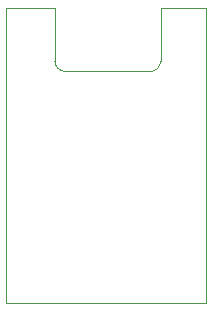
<source format=gbr>
%TF.GenerationSoftware,KiCad,Pcbnew,7.0.6*%
%TF.CreationDate,2023-08-08T22:31:42+02:00*%
%TF.ProjectId,epi_JLC,6570695f-4a4c-4432-9e6b-696361645f70,1_2_0*%
%TF.SameCoordinates,Original*%
%TF.FileFunction,Profile,NP*%
%FSLAX46Y46*%
G04 Gerber Fmt 4.6, Leading zero omitted, Abs format (unit mm)*
G04 Created by KiCad (PCBNEW 7.0.6) date 2023-08-08 22:31:42*
%MOMM*%
%LPD*%
G01*
G04 APERTURE LIST*
%TA.AperFunction,Profile*%
%ADD10C,0.100000*%
%TD*%
%TA.AperFunction,Profile*%
%ADD11C,0.010000*%
%TD*%
G04 APERTURE END LIST*
D10*
X95623220Y-51400000D02*
X97923220Y-51400000D01*
X95623220Y-76400000D02*
X95623220Y-51400000D01*
X112623220Y-76400000D02*
X95623220Y-76400000D01*
X112623220Y-51400000D02*
X112623220Y-76400000D01*
X111623220Y-51400000D02*
X112623220Y-51400000D01*
X110623220Y-51400000D02*
X111623220Y-51400000D01*
D11*
X108754422Y-55900001D02*
X108754422Y-51400001D01*
X107854422Y-56800001D02*
X100690476Y-56800000D01*
X99790500Y-55900000D02*
G75*
G03*
X100690476Y-56800000I900000J0D01*
G01*
X99790476Y-55900000D02*
X99790476Y-51400000D01*
X108754422Y-51400001D02*
X110623220Y-51400000D01*
X107854422Y-56800022D02*
G75*
G03*
X108754422Y-55900001I-22J900022D01*
G01*
X97923220Y-51400000D02*
X99790476Y-51400000D01*
M02*

</source>
